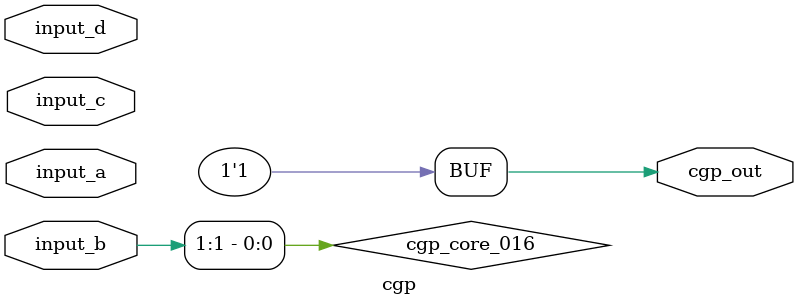
<source format=v>
module cgp(input [1:0] input_a, input [1:0] input_b, input [1:0] input_c, input [1:0] input_d, output [0:0] cgp_out);
  wire cgp_core_011;
  wire cgp_core_012;
  wire cgp_core_016;
  wire cgp_core_018;
  wire cgp_core_019;
  wire cgp_core_021;
  wire cgp_core_023;
  wire cgp_core_024;
  wire cgp_core_029;
  wire cgp_core_030;
  wire cgp_core_031;
  wire cgp_core_033;
  wire cgp_core_040;
  wire cgp_core_041;

  assign cgp_core_011 = ~(input_d[0] & input_b[1]);
  assign cgp_core_012 = input_d[0] & input_b[1];
  assign cgp_core_016 = input_b[1] | input_b[1];
  assign cgp_core_018 = ~input_c[1];
  assign cgp_core_019 = ~(input_a[0] & input_c[1]);
  assign cgp_core_021 = ~(input_a[1] | input_b[1]);
  assign cgp_core_023 = ~(input_b[1] ^ input_c[1]);
  assign cgp_core_024 = ~input_d[0];
  assign cgp_core_029 = ~(input_b[1] ^ input_b[1]);
  assign cgp_core_030 = input_d[1] | input_c[0];
  assign cgp_core_031 = ~(input_c[1] | input_d[0]);
  assign cgp_core_033 = ~cgp_core_021;
  assign cgp_core_040 = ~(input_d[0] | input_c[0]);
  assign cgp_core_041 = input_b[1] ^ input_c[0];

  assign cgp_out[0] = 1'b1;
endmodule
</source>
